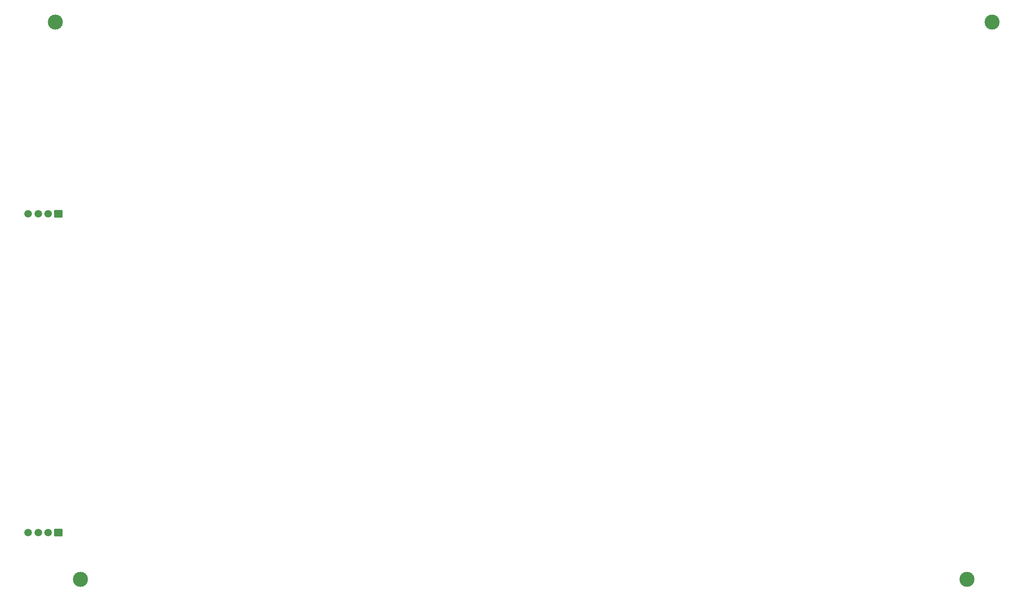
<source format=gbs>
G04 Layer: BottomSolderMaskLayer*
G04 Panelize: Stamp Hole, Column: 10, Row: 1, Board Size: 15.24mm x 95mm, Panelized Board Size: 206.4mm x 95mm*
G04 EasyEDA v6.5.34, 2023-08-21 18:11:39*
G04 37ba9180ffe74b91916b72eff976b916,5a6b42c53f6a479593ecc07194224c93,10*
G04 Gerber Generator version 0.2*
G04 Scale: 100 percent, Rotated: No, Reflected: No *
G04 Dimensions in millimeters *
G04 leading zeros omitted , absolute positions ,4 integer and 5 decimal *
%FSLAX45Y45*%
%MOMM*%

%AMMACRO1*1,1,$1,$2,$3*1,1,$1,$4,$5*1,1,$1,0-$2,0-$3*1,1,$1,0-$4,0-$5*20,1,$1,$2,$3,$4,$5,0*20,1,$1,$4,$5,0-$2,0-$3,0*20,1,$1,0-$2,0-$3,0-$4,0-$5,0*20,1,$1,0-$4,0-$5,$2,$3,0*4,1,4,$2,$3,$4,$5,0-$2,0-$3,0-$4,0-$5,$2,$3,0*%
%ADD10C,1.5016*%
%ADD11MACRO1,0.1016X0.762X0.7X-0.762X0.7*%
%ADD12C,3.0000*%

%LPD*%
D10*
G01*
X715998Y8293082D03*
G01*
X915997Y8293082D03*
G01*
X1115997Y8293082D03*
D11*
G01*
X1315996Y8293082D03*
D10*
G01*
X715998Y1943094D03*
G01*
X915997Y1943094D03*
G01*
X1115997Y1943094D03*
D11*
G01*
X1315996Y1943094D03*
D12*
G01*
X1253998Y12115698D03*
G01*
X19893991Y12115698D03*
G01*
X1753997Y1016101D03*
G01*
X19393992Y1016101D03*
M02*

</source>
